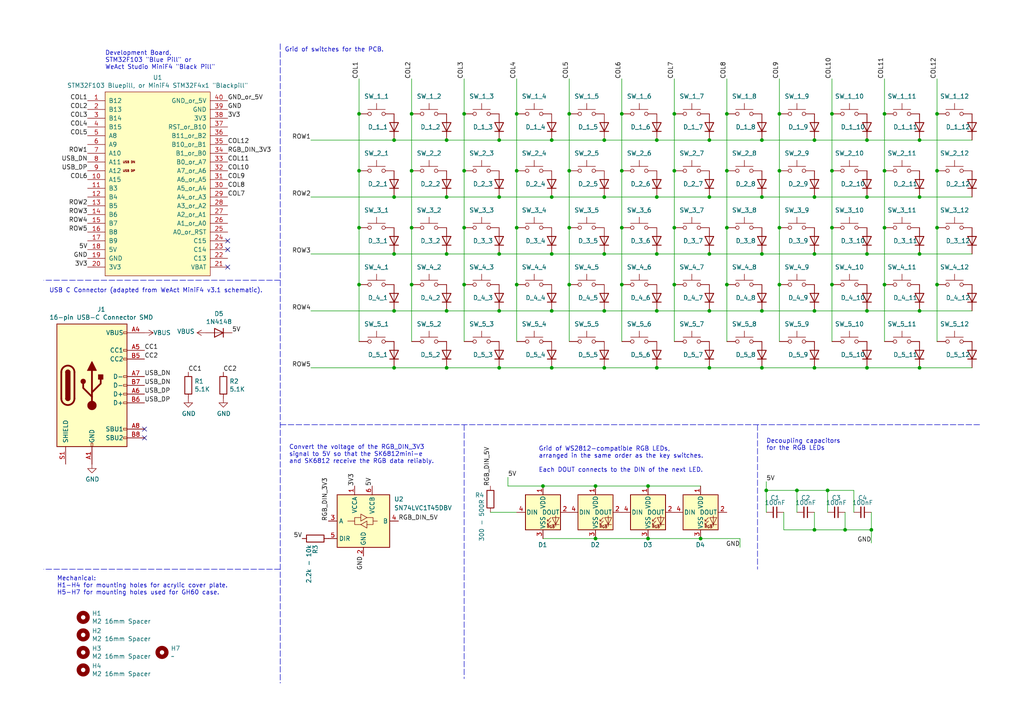
<source format=kicad_sch>
(kicad_sch (version 20211123) (generator eeschema)
  (paper "A4")
  (title_block (title "X-2, ARM-Devboard variant of peej's Lumberjack") (date "2021-12-04") (rev "2021.1") (company "Richard Goulter (github.com/rgoulter)") (comment 1 "Feature: 4x WS2812B RGB LEDs.") (comment 2 "Feature: an External USB-C connector.") (comment 3 "Uses pads common to both the Bluepill devboard and the WeAct MiniF4.") (comment 4 "Keyboard PCB; 12x5 matrix."))
  (lib_symbols
    (symbol "Connector:USB_C_Receptacle_USB2.0" (pin_names (offset 1.016))
      (property "Reference" "J" (at -10.16 19.05 0))
      (property "Value" "USB_C_Receptacle_USB2.0" (at 19.05 19.05 0))
      (symbol "USB_C_Receptacle_USB2.0_1_1"
        (pin passive line (at 0 -22.86 90) (length 5.08) (name "GND") (number "A1"))
        (pin passive line (at 0 -22.86 90) (length 5.08) hide (name "GND") (number "A12"))
        (pin passive line (at 15.24 15.24 180) (length 5.08) (name "VBUS") (number "A4"))
        (pin bidirectional line (at 15.24 10.16 180) (length 5.08) (name "CC1") (number "A5"))
        (pin bidirectional line (at 15.24 -2.54 180) (length 5.08) (name "D+") (number "A6"))
        (pin bidirectional line (at 15.24 2.54 180) (length 5.08) (name "D-") (number "A7"))
        (pin bidirectional line (at 15.24 -12.7 180) (length 5.08) (name "SBU1") (number "A8"))
        (pin passive line (at 15.24 15.24 180) (length 5.08) hide (name "VBUS") (number "A9"))
        (pin passive line (at 0 -22.86 90) (length 5.08) hide (name "GND") (number "B1"))
        (pin passive line (at 0 -22.86 90) (length 5.08) hide (name "GND") (number "B12"))
        (pin passive line (at 15.24 15.24 180) (length 5.08) hide (name "VBUS") (number "B4"))
        (pin bidirectional line (at 15.24 7.62 180) (length 5.08) (name "CC2") (number "B5"))
        (pin bidirectional line (at 15.24 -5.08 180) (length 5.08) (name "D+") (number "B6"))
        (pin bidirectional line (at 15.24 0 180) (length 5.08) (name "D-") (number "B7"))
        (pin bidirectional line (at 15.24 -15.24 180) (length 5.08) (name "SBU2") (number "B8"))
        (pin passive line (at 15.24 15.24 180) (length 5.08) hide (name "VBUS") (number "B9"))
        (pin passive line (at -7.62 -22.86 90) (length 5.08) (name "SHIELD") (number "S1"))
      )
    )
    (symbol "Device:C_Small" (pin_numbers hide) (pin_names (offset 0.254) hide)
      (property "Reference" "C" (at 0.254 1.778 0))
      (property "Value" "C_Small" (at 0.254 -2.032 0))
      (symbol "C_Small_1_1"
        (pin passive line (at 0 2.54 270) (length 2.032) (name "~") (number "1"))
        (pin passive line (at 0 -2.54 90) (length 2.032) (name "~") (number "2"))
      )
    )
    (symbol "Device:D" (pin_numbers hide) (pin_names (offset 1.016) hide)
      (property "Reference" "D" (at 0 2.54 0))
      (property "Value" "D" (at 0 -2.54 0))
      (symbol "D_1_1"
        (pin passive line (at -3.81 0 0) (length 2.54) (name "K") (number "1"))
        (pin passive line (at 3.81 0 180) (length 2.54) (name "A") (number "2"))
      )
    )
    (symbol "Device:R" (pin_numbers hide) (pin_names (offset 0))
      (property "Reference" "R" (at 2.032 0 90))
      (property "Value" "R" (at 0 0 90))
      (symbol "R_1_1"
        (pin passive line (at 0 3.81 270) (length 1.27) (name "~") (number "1"))
        (pin passive line (at 0 -3.81 90) (length 1.27) (name "~") (number "2"))
      )
    )
    (symbol "LED:WS2812B" (pin_names (offset 0.254))
      (property "Reference" "D" (at 5.08 5.715 0))
      (property "Value" "WS2812B" (at 1.27 -5.715 0))
      (symbol "WS2812B_0_0"
        (text "RGB" (at 2.286 -4.191 0) (effects (font (size 0.762 0.762))))
      )
      (symbol "WS2812B_1_1"
        (pin power_in line (at 0 7.62 270) (length 2.54) (name "VDD") (number "1"))
        (pin output line (at 7.62 0 180) (length 2.54) (name "DOUT") (number "2"))
        (pin power_in line (at 0 -7.62 90) (length 2.54) (name "VSS") (number "3"))
        (pin input line (at -7.62 0 0) (length 2.54) (name "DIN") (number "4"))
      )
    )
    (symbol "Logic_LevelTranslator:SN74LVC1T45DBV"
      (property "Reference" "U" (at -6.35 8.89 0))
      (property "Value" "SN74LVC1T45DBV" (at 3.81 8.89 0))
      (symbol "SN74LVC1T45DBV_1_1"
        (pin power_in line (at -2.54 10.16 270) (length 2.54) (name "VCCA") (number "1"))
        (pin power_in line (at 0 -10.16 90) (length 2.54) (name "GND") (number "2"))
        (pin bidirectional line (at -10.16 0 0) (length 2.54) (name "A") (number "3"))
        (pin bidirectional line (at 10.16 0 180) (length 2.54) (name "B") (number "4"))
        (pin input line (at -10.16 -5.08 0) (length 2.54) (name "DIR") (number "5"))
        (pin power_in line (at 2.54 10.16 270) (length 2.54) (name "VCCB") (number "6"))
      )
    )
    (symbol "Mechanical:MountingHole" (pin_names (offset 1.016))
      (property "Reference" "H" (at 0 5.08 0))
      (property "Value" "MountingHole" (at 0 3.175 0))
    )
    (symbol "ProjectLocal:BluePill_or_MiniF4_DIP40" (pin_names (offset 1.016))
      (property "Reference" "U" (at -12.7 27.94 0))
      (property "Value" "BluePill_or_MiniF4_DIP40" (at -2.54 1.27 90))
      (symbol "BluePill_or_MiniF4_DIP40_0_0"
        (text "USB DN" (at -10.16 5.08 0) (effects (font (size 0.6096 0.6096)) (justify left)))
        (text "USB DP" (at -10.16 2.54 0) (effects (font (size 0.6096 0.6096)) (justify left)))
      )
      (symbol "BluePill_or_MiniF4_DIP40_1_1"
        (pin bidirectional line (at -20.32 22.86 0) (length 5.08) (name "B12") (number "1"))
        (pin bidirectional line (at -20.32 0 0) (length 5.08) (name "A15") (number "10"))
        (pin bidirectional line (at -20.32 -2.54 0) (length 5.08) (name "B3") (number "11"))
        (pin bidirectional line (at -20.32 -5.08 0) (length 5.08) (name "B4") (number "12"))
        (pin bidirectional line (at -20.32 -7.62 0) (length 5.08) (name "B5") (number "13"))
        (pin bidirectional line (at -20.32 -10.16 0) (length 5.08) (name "B6") (number "14"))
        (pin bidirectional line (at -20.32 -12.7 0) (length 5.08) (name "B7") (number "15"))
        (pin bidirectional line (at -20.32 -15.24 0) (length 5.08) (name "B8") (number "16"))
        (pin bidirectional line (at -20.32 -17.78 0) (length 5.08) (name "B9") (number "17"))
        (pin power_out line (at -20.32 -20.32 0) (length 5.08) (name "5V") (number "18"))
        (pin power_out line (at -20.32 -22.86 0) (length 5.08) (name "GND") (number "19"))
        (pin bidirectional line (at -20.32 20.32 0) (length 5.08) (name "B13") (number "2"))
        (pin power_out line (at -20.32 -25.4 0) (length 5.08) (name "3V3") (number "20"))
        (pin power_out line (at 20.32 -25.4 180) (length 5.08) (name "VBAT") (number "21"))
        (pin bidirectional line (at 20.32 -22.86 180) (length 5.08) (name "C13") (number "22"))
        (pin bidirectional line (at 20.32 -20.32 180) (length 5.08) (name "C14") (number "23"))
        (pin bidirectional line (at 20.32 -17.78 180) (length 5.08) (name "C15") (number "24"))
        (pin input line (at 20.32 -15.24 180) (length 5.08) (name "A0_or_RST") (number "25"))
        (pin bidirectional line (at 20.32 -12.7 180) (length 5.08) (name "A1_or_A0") (number "26"))
        (pin bidirectional line (at 20.32 -10.16 180) (length 5.08) (name "A2_or_A1") (number "27"))
        (pin bidirectional line (at 20.32 -7.62 180) (length 5.08) (name "A3_or_A2") (number "28"))
        (pin bidirectional line (at 20.32 -5.08 180) (length 5.08) (name "A4_or_A3") (number "29"))
        (pin bidirectional line (at -20.32 17.78 0) (length 5.08) (name "B14") (number "3"))
        (pin bidirectional line (at 20.32 -2.54 180) (length 5.08) (name "A5_or_A4") (number "30"))
        (pin bidirectional line (at 20.32 0 180) (length 5.08) (name "A6_or_A5") (number "31"))
        (pin bidirectional line (at 20.32 2.54 180) (length 5.08) (name "A7_or_A6") (number "32"))
        (pin bidirectional line (at 20.32 5.08 180) (length 5.08) (name "B0_or_A7") (number "33"))
        (pin bidirectional line (at 20.32 7.62 180) (length 5.08) (name "B1_or_B0") (number "34"))
        (pin bidirectional line (at 20.32 10.16 180) (length 5.08) (name "B10_or_B1") (number "35"))
        (pin bidirectional line (at 20.32 12.7 180) (length 5.08) (name "B11_or_B2") (number "36"))
        (pin bidirectional line (at 20.32 15.24 180) (length 5.08) (name "RST_or_B10") (number "37"))
        (pin power_out line (at 20.32 17.78 180) (length 5.08) (name "3V3") (number "38"))
        (pin power_out line (at 20.32 20.32 180) (length 5.08) (name "GND") (number "39"))
        (pin bidirectional line (at -20.32 15.24 0) (length 5.08) (name "B15") (number "4"))
        (pin power_out line (at 20.32 22.86 180) (length 5.08) (name "GND_or_5V") (number "40"))
        (pin bidirectional line (at -20.32 12.7 0) (length 5.08) (name "A8") (number "5"))
        (pin bidirectional line (at -20.32 10.16 0) (length 5.08) (name "A9") (number "6"))
        (pin bidirectional line (at -20.32 7.62 0) (length 5.08) (name "A10") (number "7"))
        (pin bidirectional line (at -20.32 5.08 0) (length 5.08) (name "A11") (number "8"))
        (pin bidirectional line (at -20.32 2.54 0) (length 5.08) (name "A12") (number "9"))
      )
    )
    (symbol "Switch:SW_Push" (pin_numbers hide) (pin_names (offset 1.016) hide)
      (property "Reference" "SW" (at 1.27 2.54 0))
      (property "Value" "SW_Push" (at 0 -1.524 0))
      (symbol "SW_Push_0_1"
        (pin passive line (at -5.08 0 0) (length 2.54) (name "1") (number "1"))
        (pin passive line (at 5.08 0 180) (length 2.54) (name "2") (number "2"))
      )
    )
    (symbol "power:GND" (power) (pin_names (offset 0))
      (property "Value" "GND" (at 0 -3.81 0))
      (symbol "GND_1_1"
        (pin power_in line (at 0 0 270) (length 0) hide (name "GND") (number "1"))
      )
    )
    (symbol "power:VBUS" (power) (pin_names (offset 0))
      (property "Value" "VBUS" (at 0 3.81 0))
      (symbol "VBUS_1_1"
        (pin power_in line (at 0 0 90) (length 0) hide (name "VBUS") (number "1"))
      )
    )
  )
  (junction (at 271.78 82.55))
  (junction (at 220.98 90.17))
  (junction (at 160.02 57.15))
  (junction (at 149.86 49.53))
  (junction (at 180.34 49.53))
  (junction (at 236.22 40.64))
  (junction (at 165.1 49.53))
  (junction (at 251.46 40.64))
  (junction (at 104.14 82.55))
  (junction (at 104.14 49.53))
  (junction (at 266.7 73.66))
  (junction (at 266.7 106.68))
  (junction (at 195.58 49.53))
  (junction (at 256.54 33.02))
  (junction (at 172.72 156.21))
  (junction (at 175.26 40.64))
  (junction (at 271.78 33.02))
  (junction (at 203.2 156.21))
  (junction (at 241.3 66.04))
  (junction (at 149.86 33.02))
  (junction (at 175.26 57.15))
  (junction (at 144.78 90.17))
  (junction (at 160.02 40.64))
  (junction (at 271.78 66.04))
  (junction (at 129.54 73.66))
  (junction (at 210.82 66.04))
  (junction (at 271.78 49.53))
  (junction (at 190.5 106.68))
  (junction (at 129.54 106.68))
  (junction (at 119.38 82.55))
  (junction (at 114.3 106.68))
  (junction (at 157.48 140.97))
  (junction (at 205.74 90.17))
  (junction (at 220.98 40.64))
  (junction (at 226.06 82.55))
  (junction (at 134.62 82.55))
  (junction (at 149.86 82.55))
  (junction (at 119.38 66.04))
  (junction (at 180.34 82.55))
  (junction (at 210.82 49.53))
  (junction (at 236.22 106.68))
  (junction (at 187.96 156.21))
  (junction (at 222.25 142.24))
  (junction (at 172.72 140.97))
  (junction (at 266.7 57.15))
  (junction (at 220.98 73.66))
  (junction (at 256.54 82.55))
  (junction (at 190.5 57.15))
  (junction (at 190.5 73.66))
  (junction (at 256.54 66.04))
  (junction (at 266.7 40.64))
  (junction (at 236.22 73.66))
  (junction (at 195.58 33.02))
  (junction (at 205.74 40.64))
  (junction (at 144.78 57.15))
  (junction (at 144.78 73.66))
  (junction (at 220.98 57.15))
  (junction (at 104.14 33.02))
  (junction (at 114.3 73.66))
  (junction (at 165.1 82.55))
  (junction (at 180.34 33.02))
  (junction (at 251.46 106.68))
  (junction (at 245.11 153.67))
  (junction (at 190.5 90.17))
  (junction (at 114.3 90.17))
  (junction (at 104.14 66.04))
  (junction (at 129.54 57.15))
  (junction (at 251.46 73.66))
  (junction (at 165.1 66.04))
  (junction (at 144.78 106.68))
  (junction (at 205.74 106.68))
  (junction (at 114.3 40.64))
  (junction (at 134.62 49.53))
  (junction (at 205.74 57.15))
  (junction (at 190.5 40.64))
  (junction (at 129.54 40.64))
  (junction (at 175.26 73.66))
  (junction (at 149.86 66.04))
  (junction (at 231.14 142.24))
  (junction (at 236.22 57.15))
  (junction (at 160.02 106.68))
  (junction (at 144.78 40.64))
  (junction (at 134.62 33.02))
  (junction (at 251.46 90.17))
  (junction (at 210.82 82.55))
  (junction (at 114.3 57.15))
  (junction (at 119.38 33.02))
  (junction (at 210.82 33.02))
  (junction (at 226.06 49.53))
  (junction (at 119.38 49.53))
  (junction (at 220.98 106.68))
  (junction (at 236.22 90.17))
  (junction (at 256.54 49.53))
  (junction (at 195.58 82.55))
  (junction (at 241.3 82.55))
  (junction (at 187.96 140.97))
  (junction (at 175.26 106.68))
  (junction (at 252.73 153.67))
  (junction (at 195.58 66.04))
  (junction (at 160.02 90.17))
  (junction (at 236.22 153.67))
  (junction (at 175.26 90.17))
  (junction (at 129.54 90.17))
  (junction (at 165.1 33.02))
  (junction (at 266.7 90.17))
  (junction (at 134.62 66.04))
  (junction (at 160.02 73.66))
  (junction (at 226.06 33.02))
  (junction (at 180.34 66.04))
  (junction (at 241.3 49.53))
  (junction (at 251.46 57.15))
  (junction (at 241.3 33.02))
  (junction (at 205.74 73.66))
  (junction (at 240.03 142.24))
  (junction (at 226.06 66.04))
  (no_connect (at 41.91 127))
  (no_connect (at 66.04 77.47))
  (no_connect (at 66.04 72.39))
  (no_connect (at 66.04 69.85))
  (no_connect (at 41.91 124.46))
  (wire (pts (xy 220.98 90.17) (xy 205.74 90.17)))
  (wire (pts (xy 281.94 106.68) (xy 266.7 106.68)))
  (wire (pts (xy 147.32 138.43) (xy 147.32 140.97)))
  (wire (pts (xy 226.06 82.55) (xy 226.06 99.06)))
  (wire (pts (xy 220.98 73.66) (xy 236.22 73.66)))
  (wire (pts (xy 134.62 49.53) (xy 134.62 66.04)))
  (wire (pts (xy 210.82 82.55) (xy 210.82 99.06)))
  (wire (pts (xy 226.06 49.53) (xy 226.06 66.04)))
  (wire (pts (xy 180.34 22.86) (xy 180.34 33.02)))
  (wire (pts (xy 240.03 142.24) (xy 231.14 142.24)))
  (wire (pts (xy 210.82 22.86) (xy 210.82 33.02)))
  (wire (pts (xy 114.3 106.68) (xy 90.17 106.68)))
  (wire (pts (xy 195.58 82.55) (xy 195.58 99.06)))
  (wire (pts (xy 256.54 66.04) (xy 256.54 82.55)))
  (wire (pts (xy 175.26 106.68) (xy 190.5 106.68)))
  (wire (pts (xy 226.06 33.02) (xy 226.06 49.53)))
  (wire (pts (xy 175.26 73.66) (xy 190.5 73.66)))
  (wire (pts (xy 134.62 66.04) (xy 134.62 82.55)))
  (wire (pts (xy 144.78 40.64) (xy 160.02 40.64)))
  (wire (pts (xy 129.54 40.64) (xy 144.78 40.64)))
  (wire (pts (xy 220.98 57.15) (xy 236.22 57.15)))
  (wire (pts (xy 149.86 49.53) (xy 149.86 66.04)))
  (wire (pts (xy 187.96 140.97) (xy 203.2 140.97)))
  (wire (pts (xy 271.78 66.04) (xy 271.78 82.55)))
  (wire (pts (xy 104.14 22.86) (xy 104.14 33.02)))
  (wire (pts (xy 227.33 153.67) (xy 236.22 153.67)))
  (wire (pts (xy 256.54 22.86) (xy 256.54 33.02)))
  (wire (pts (xy 251.46 57.15) (xy 266.7 57.15)))
  (wire (pts (xy 144.78 106.68) (xy 129.54 106.68)))
  (wire (pts (xy 129.54 57.15) (xy 144.78 57.15)))
  (wire (pts (xy 114.3 73.66) (xy 129.54 73.66)))
  (wire (pts (xy 190.5 73.66) (xy 205.74 73.66)))
  (polyline (pts (xy 134.62 123.19) (xy 134.62 196.85)))
  (wire (pts (xy 205.74 90.17) (xy 190.5 90.17)))
  (wire (pts (xy 214.63 156.21) (xy 214.63 158.75)))
  (wire (pts (xy 203.2 156.21) (xy 214.63 156.21)))
  (wire (pts (xy 104.14 33.02) (xy 104.14 49.53)))
  (wire (pts (xy 266.7 57.15) (xy 281.94 57.15)))
  (wire (pts (xy 187.96 140.97) (xy 172.72 140.97)))
  (wire (pts (xy 165.1 33.02) (xy 165.1 49.53)))
  (wire (pts (xy 142.24 148.59) (xy 149.86 148.59)))
  (wire (pts (xy 231.14 142.24) (xy 222.25 142.24)))
  (wire (pts (xy 231.14 148.59) (xy 231.14 142.24)))
  (wire (pts (xy 172.72 156.21) (xy 187.96 156.21)))
  (wire (pts (xy 114.3 90.17) (xy 90.17 90.17)))
  (wire (pts (xy 271.78 22.86) (xy 271.78 33.02)))
  (wire (pts (xy 247.65 148.59) (xy 247.65 142.24)))
  (polyline (pts (xy 81.28 81.28) (xy 12.7 81.28)))
  (wire (pts (xy 175.26 57.15) (xy 190.5 57.15)))
  (wire (pts (xy 256.54 82.55) (xy 256.54 99.06)))
  (wire (pts (xy 241.3 33.02) (xy 241.3 49.53)))
  (wire (pts (xy 190.5 40.64) (xy 175.26 40.64)))
  (wire (pts (xy 236.22 90.17) (xy 220.98 90.17)))
  (wire (pts (xy 180.34 82.55) (xy 180.34 99.06)))
  (wire (pts (xy 165.1 82.55) (xy 165.1 99.06)))
  (wire (pts (xy 227.33 148.59) (xy 227.33 153.67)))
  (wire (pts (xy 119.38 49.53) (xy 119.38 66.04)))
  (wire (pts (xy 144.78 90.17) (xy 129.54 90.17)))
  (wire (pts (xy 251.46 90.17) (xy 236.22 90.17)))
  (wire (pts (xy 210.82 66.04) (xy 210.82 82.55)))
  (wire (pts (xy 195.58 66.04) (xy 195.58 82.55)))
  (wire (pts (xy 236.22 153.67) (xy 245.11 153.67)))
  (wire (pts (xy 119.38 22.86) (xy 119.38 33.02)))
  (wire (pts (xy 205.74 40.64) (xy 220.98 40.64)))
  (wire (pts (xy 119.38 82.55) (xy 119.38 99.06)))
  (wire (pts (xy 114.3 57.15) (xy 90.17 57.15)))
  (wire (pts (xy 190.5 57.15) (xy 205.74 57.15)))
  (wire (pts (xy 129.54 73.66) (xy 144.78 73.66)))
  (wire (pts (xy 226.06 66.04) (xy 226.06 82.55)))
  (polyline (pts (xy 81.28 12.7) (xy 81.28 198.12)))
  (wire (pts (xy 104.14 66.04) (xy 104.14 82.55)))
  (wire (pts (xy 114.3 73.66) (xy 90.17 73.66)))
  (wire (pts (xy 241.3 82.55) (xy 241.3 99.06)))
  (wire (pts (xy 149.86 66.04) (xy 149.86 82.55)))
  (wire (pts (xy 252.73 153.67) (xy 252.73 157.48)))
  (wire (pts (xy 281.94 90.17) (xy 266.7 90.17)))
  (wire (pts (xy 134.62 22.86) (xy 134.62 33.02)))
  (wire (pts (xy 165.1 49.53) (xy 165.1 66.04)))
  (polyline (pts (xy 81.28 165.1) (xy 12.7 165.1)))
  (wire (pts (xy 236.22 148.59) (xy 236.22 153.67)))
  (wire (pts (xy 195.58 33.02) (xy 195.58 49.53)))
  (wire (pts (xy 251.46 106.68) (xy 236.22 106.68)))
  (wire (pts (xy 281.94 73.66) (xy 266.7 73.66)))
  (wire (pts (xy 271.78 82.55) (xy 271.78 99.06)))
  (wire (pts (xy 226.06 22.86) (xy 226.06 33.02)))
  (wire (pts (xy 220.98 40.64) (xy 236.22 40.64)))
  (wire (pts (xy 175.26 57.15) (xy 160.02 57.15)))
  (wire (pts (xy 104.14 49.53) (xy 104.14 66.04)))
  (wire (pts (xy 205.74 57.15) (xy 220.98 57.15)))
  (wire (pts (xy 256.54 33.02) (xy 256.54 49.53)))
  (wire (pts (xy 241.3 49.53) (xy 241.3 66.04)))
  (wire (pts (xy 190.5 90.17) (xy 175.26 90.17)))
  (wire (pts (xy 266.7 106.68) (xy 251.46 106.68)))
  (wire (pts (xy 144.78 57.15) (xy 160.02 57.15)))
  (wire (pts (xy 195.58 49.53) (xy 195.58 66.04)))
  (wire (pts (xy 205.74 106.68) (xy 190.5 106.68)))
  (polyline (pts (xy 219.71 123.19) (xy 219.71 165.1)))
  (wire (pts (xy 157.48 156.21) (xy 172.72 156.21)))
  (wire (pts (xy 160.02 40.64) (xy 175.26 40.64)))
  (wire (pts (xy 172.72 140.97) (xy 157.48 140.97)))
  (wire (pts (xy 256.54 49.53) (xy 256.54 66.04)))
  (wire (pts (xy 222.25 142.24) (xy 222.25 148.59)))
  (wire (pts (xy 114.3 40.64) (xy 129.54 40.64)))
  (wire (pts (xy 114.3 40.64) (xy 90.17 40.64)))
  (wire (pts (xy 271.78 49.53) (xy 271.78 66.04)))
  (wire (pts (xy 236.22 40.64) (xy 251.46 40.64)))
  (wire (pts (xy 180.34 49.53) (xy 180.34 66.04)))
  (wire (pts (xy 165.1 66.04) (xy 165.1 82.55)))
  (wire (pts (xy 251.46 73.66) (xy 266.7 73.66)))
  (wire (pts (xy 251.46 40.64) (xy 266.7 40.64)))
  (wire (pts (xy 104.14 82.55) (xy 104.14 99.06)))
  (wire (pts (xy 190.5 40.64) (xy 205.74 40.64)))
  (wire (pts (xy 149.86 82.55) (xy 149.86 99.06)))
  (wire (pts (xy 147.32 140.97) (xy 157.48 140.97)))
  (wire (pts (xy 175.26 90.17) (xy 160.02 90.17)))
  (wire (pts (xy 160.02 73.66) (xy 175.26 73.66)))
  (wire (pts (xy 144.78 73.66) (xy 160.02 73.66)))
  (wire (pts (xy 210.82 33.02) (xy 210.82 49.53)))
  (wire (pts (xy 119.38 33.02) (xy 119.38 49.53)))
  (wire (pts (xy 245.11 148.59) (xy 245.11 153.67)))
  (wire (pts (xy 114.3 57.15) (xy 129.54 57.15)))
  (wire (pts (xy 195.58 22.86) (xy 195.58 33.02)))
  (wire (pts (xy 251.46 73.66) (xy 236.22 73.66)))
  (wire (pts (xy 134.62 33.02) (xy 134.62 49.53)))
  (wire (pts (xy 271.78 33.02) (xy 271.78 49.53)))
  (wire (pts (xy 175.26 106.68) (xy 160.02 106.68)))
  (wire (pts (xy 241.3 66.04) (xy 241.3 82.55)))
  (wire (pts (xy 236.22 106.68) (xy 220.98 106.68)))
  (wire (pts (xy 222.25 139.7) (xy 222.25 142.24)))
  (wire (pts (xy 160.02 90.17) (xy 144.78 90.17)))
  (wire (pts (xy 247.65 142.24) (xy 240.03 142.24)))
  (wire (pts (xy 252.73 148.59) (xy 252.73 153.67)))
  (wire (pts (xy 134.62 82.55) (xy 134.62 99.06)))
  (wire (pts (xy 241.3 22.86) (xy 241.3 33.02)))
  (wire (pts (xy 180.34 66.04) (xy 180.34 82.55)))
  (wire (pts (xy 180.34 33.02) (xy 180.34 49.53)))
  (wire (pts (xy 240.03 148.59) (xy 240.03 142.24)))
  (wire (pts (xy 149.86 33.02) (xy 149.86 49.53)))
  (wire (pts (xy 129.54 90.17) (xy 114.3 90.17)))
  (wire (pts (xy 129.54 106.68) (xy 114.3 106.68)))
  (wire (pts (xy 266.7 90.17) (xy 251.46 90.17)))
  (wire (pts (xy 149.86 22.86) (xy 149.86 33.02)))
  (wire (pts (xy 266.7 40.64) (xy 281.94 40.64)))
  (wire (pts (xy 205.74 73.66) (xy 220.98 73.66)))
  (wire (pts (xy 210.82 49.53) (xy 210.82 66.04)))
  (wire (pts (xy 245.11 153.67) (xy 252.73 153.67)))
  (wire (pts (xy 187.96 156.21) (xy 203.2 156.21)))
  (wire (pts (xy 119.38 66.04) (xy 119.38 82.55)))
  (polyline (pts (xy 81.28 123.19) (xy 284.48 123.19)))
  (wire (pts (xy 236.22 57.15) (xy 251.46 57.15)))
  (wire (pts (xy 220.98 106.68) (xy 205.74 106.68)))
  (wire (pts (xy 165.1 22.86) (xy 165.1 33.02)))
  (wire (pts (xy 160.02 106.68) (xy 144.78 106.68)))
  (text "Convert the voltage of the RGB_DIN_3V3\nsignal to 5V so that the SK6812mini-e\nand SK6812 receive the RGB data reliably." (at 83.82 134.62 0) (effects (font (size 1.27 1.27)) (justify left bottom)))
  (text "Mechanical:\nH1-H4 for mounting holes for acrylic cover plate.\nH5-H7 for mounting holes used for GH60 case." (at 16.51 172.72 0) (effects (font (size 1.27 1.27)) (justify left bottom)))
  (text "USB C Connector (adapted from WeAct MiniF4 v3.1 schematic)." (at 76.2 85.09 0) (effects (font (size 1.27 1.27)) (justify right bottom)))
  (text "Development Board,\nSTM32F103 \"Blue Pill\" or\nWeAct Studio MiniF4 \"Black Pill\"" (at 30.48 20.32 0) (effects (font (size 1.27 1.27)) (justify left bottom)))
  (text "Grid of WS2812-compatible RGB LEDs,\narranged in the same order as the key switches.\n\nEach DOUT connects to the DIN of the next LED." (at 156.21 137.16 0) (effects (font (size 1.27 1.27)) (justify left bottom)))
  (text "Decoupling capacitors\nfor the RGB LEDs" (at 222.25 130.81 0) (effects (font (size 1.27 1.27)) (justify left bottom)))
  (text "Grid of switches for the PCB." (at 82.55 15.24 0) (effects (font (size 1.27 1.27)) (justify left bottom)))
  (label "GND" (at 252.73 157.48 180))
  (label "5V" (at 87.63 156.21 180))
  (label "CC1" (at 54.61 107.95 0))
  (label "COL1" (at 104.14 22.86 90))
  (label "RGB_DIN_3V3" (at 95.25 151.13 90))
  (label "COL4" (at 149.86 22.86 90))
  (label "ROW3" (at 90.17 73.66 180))
  (label "RGB_DIN_3V3" (at 66.04 44.45 0))
  (label "COL10" (at 66.04 49.53 0))
  (label "RGB_DIN_5V" (at 115.57 151.13 0))
  (label "USB_DN" (at 25.4 46.99 180))
  (label "COL8" (at 66.04 54.61 0))
  (label "COL3" (at 134.62 22.86 90))
  (label "USB_DP" (at 25.4 49.53 180))
  (label "RGB_DIN_5V" (at 142.24 140.97 90))
  (label "3V3" (at 66.04 34.29 0))
  (label "COL5" (at 165.1 22.86 90))
  (label "5V" (at 222.25 139.7 0))
  (label "USB_DN" (at 41.91 111.76 0))
  (label "GND" (at 25.4 74.93 180))
  (label "COL11" (at 256.54 22.86 90))
  (label "ROW1" (at 25.4 44.45 180))
  (label "COL7" (at 195.58 22.86 90))
  (label "3V3" (at 25.4 77.47 180))
  (label "COL6" (at 25.4 52.07 180))
  (label "5V" (at 107.95 140.97 90))
  (label "ROW4" (at 90.17 90.17 180))
  (label "3V3" (at 102.87 140.97 90))
  (label "ROW1" (at 90.17 40.64 180))
  (label "COL5" (at 25.4 39.37 180))
  (label "COL3" (at 25.4 34.29 180))
  (label "COL4" (at 25.4 36.83 180))
  (label "ROW5" (at 25.4 67.31 180))
  (label "COL9" (at 66.04 52.07 0))
  (label "COL1" (at 25.4 29.21 180))
  (label "5V" (at 147.32 138.43 0))
  (label "USB_DP" (at 41.91 114.3 0))
  (label "COL12" (at 66.04 41.91 0))
  (label "5V" (at 67.31 96.52 0))
  (label "GND_or_5V" (at 66.04 29.21 0))
  (label "USB_DN" (at 41.91 109.22 0))
  (label "COL11" (at 66.04 46.99 0))
  (label "COL2" (at 119.38 22.86 90))
  (label "GND" (at 66.04 31.75 0))
  (label "5V" (at 25.4 72.39 180))
  (label "COL2" (at 25.4 31.75 180))
  (label "COL12" (at 271.78 22.86 90))
  (label "COL7" (at 66.04 57.15 0))
  (label "ROW4" (at 25.4 64.77 180))
  (label "CC1" (at 41.91 101.6 0))
  (label "COL8" (at 210.82 22.86 90))
  (label "COL6" (at 180.34 22.86 90))
  (label "GND" (at 214.63 158.75 180))
  (label "ROW3" (at 25.4 62.23 180))
  (label "USB_DP" (at 41.91 116.84 0))
  (label "CC2" (at 41.91 104.14 0))
  (label "COL9" (at 226.06 22.86 90))
  (label "ROW2" (at 90.17 57.15 180))
  (label "ROW5" (at 90.17 106.68 180))
  (label "ROW2" (at 25.4 59.69 180))
  (label "GND" (at 105.41 161.29 270))
  (label "CC2" (at 64.77 107.95 0))
  (label "COL10" (at 241.3 22.86 90))
  (symbol (lib_id "Switch:SW_Push") (at 109.22 33.02 0) (unit 1)
    (property "Reference" "SW_1_1" (at 109.22 27.94 0))
    (property "Value" "MX-compatible or Kailh Choc v1" (effects hide))
    (property "Footprint" "ProjectLocal:MXOnly-1U-Hotswap-180" (effects hide))
    (property "Description" "Mechanical Keyboard Switch" (effects hide))
  )
  (symbol (lib_id "LED:WS2812B") (at 157.48 148.59 0) (unit 1)
    (property "Reference" "D1" (at 158.75 158.75 0) (effects (justify right bottom)))
    (property "Value" "SK6812" (effects hide))
    (property "Footprint" "LED_SMD:LED_WS2812B_PLCC4_5.0x5.0mm_P3.2mm" (effects hide))
    (property "Datasheet" "https://cdn-shop.adafruit.com/datasheets/WS2812B.pdf" (effects hide))
    (property "Description" "RGB LED" (effects hide))
  )
  (symbol (lib_id "LED:WS2812B") (at 172.72 148.59 0) (unit 1)
    (property "Reference" "D2" (at 173.99 158.75 0) (effects (justify right bottom)))
    (property "Value" "SK6812" (effects hide))
    (property "Footprint" "LED_SMD:LED_WS2812B_PLCC4_5.0x5.0mm_P3.2mm" (effects hide))
    (property "Datasheet" "https://cdn-shop.adafruit.com/datasheets/WS2812B.pdf" (effects hide))
    (property "Description" "RGB LED" (effects hide))
  )
  (symbol (lib_id "LED:WS2812B") (at 187.96 148.59 0) (unit 1)
    (property "Reference" "D3" (at 189.23 158.75 0) (effects (justify right bottom)))
    (property "Value" "SK6812" (effects hide))
    (property "Footprint" "LED_SMD:LED_WS2812B_PLCC4_5.0x5.0mm_P3.2mm" (effects hide))
    (property "Datasheet" "https://cdn-shop.adafruit.com/datasheets/WS2812B.pdf" (effects hide))
    (property "Description" "RGB LED" (effects hide))
  )
  (symbol (lib_id "LED:WS2812B") (at 203.2 148.59 0) (unit 1)
    (property "Reference" "D4" (at 204.47 158.75 0) (effects (justify right bottom)))
    (property "Value" "SK6812" (effects hide))
    (property "Footprint" "LED_SMD:LED_WS2812B_PLCC4_5.0x5.0mm_P3.2mm" (effects hide))
    (property "Datasheet" "https://cdn-shop.adafruit.com/datasheets/WS2812B.pdf" (effects hide))
    (property "Description" "RGB LED" (effects hide))
  )
  (symbol (lib_id "Mechanical:MountingHole") (at 24.13 179.07 0) (unit 1)
    (property "Reference" "H1" (at 26.67 177.9016 0) (effects (justify left)))
    (property "Value" "M2 16mm Spacer" (at 26.67 180.213 0) (effects (justify left)))
    (property "Footprint" "MountingHole:MountingHole_2.2mm_M2_DIN965_Pad" (effects hide))
    (property "Description" "Acrylic Cover Mounting Hole" (effects hide))
  )
  (symbol (lib_id "Mechanical:MountingHole") (at 24.13 184.15 0) (unit 1)
    (property "Reference" "H2" (at 26.67 182.9816 0) (effects (justify left)))
    (property "Value" "M2 16mm Spacer" (at 26.67 185.293 0) (effects (justify left)))
    (property "Footprint" "MountingHole:MountingHole_2.2mm_M2_DIN965_Pad" (effects hide))
    (property "Description" "Acrylic Cover Mounting Hole" (effects hide))
  )
  (symbol (lib_id "Mechanical:MountingHole") (at 24.13 189.23 0) (unit 1)
    (property "Reference" "H3" (at 26.67 188.0616 0) (effects (justify left)))
    (property "Value" "M2 16mm Spacer" (at 26.67 190.373 0) (effects (justify left)))
    (property "Footprint" "MountingHole:MountingHole_2.2mm_M2_DIN965_Pad" (effects hide))
    (property "Description" "Acrylic Cover Mounting Hole" (effects hide))
  )
  (symbol (lib_id "Mechanical:MountingHole") (at 24.13 194.31 0) (unit 1)
    (property "Reference" "H4" (at 26.67 193.1416 0) (effects (justify left)))
    (property "Value" "M2 16mm Spacer" (at 26.67 195.453 0) (effects (justify left)))
    (property "Footprint" "MountingHole:MountingHole_2.2mm_M2_DIN965_Pad" (effects hide))
    (property "Description" "Acrylic Cover Mounting Hole" (effects hide))
  )
  (symbol (lib_id "Mechanical:MountingHole") (at 46.99 189.23 0) (unit 1)
    (property "Reference" "H7" (at 49.53 188.0616 0) (effects (justify left)))
    (property "Value" "~" (at 49.53 190.373 0) (effects (justify left)))
    (property "Footprint" "ProjectLocal:H_M2_Spacer_Hole" (effects hide))
    (property "Description" "GH-60 Case Mounting Hole" (effects hide))
  )
  (symbol (lib_id "Device:C_Small") (at 224.79 148.59 270) (unit 1)
    (property "Reference" "C1" (at 224.79 145.1102 90) (effects (justify bottom)))
    (property "Value" "100nF" (at 224.79 145.0848 90) (effects (justify top)))
    (property "Footprint" "ProjectLocal:C_0805_2012Metric_Pad1.18x1.45mm_HandSolder_Dual" (effects hide))
    (property "Description" "Capacitor (Through-hole or 0805)" (effects hide))
  )
  (symbol (lib_id "Logic_LevelTranslator:SN74LVC1T45DBV") (at 105.41 151.13 0) (unit 1)
    (property "Reference" "U2" (at 114.3 144.78 0) (effects (justify left)))
    (property "Value" "SN74LVC1T45DBV" (at 114.3 147.32 0) (effects (justify left)))
    (property "Footprint" "Package_TO_SOT_SMD:SOT-23-6_Handsoldering" (effects hide))
    (property "Datasheet" "http://www.ti.com/lit/ds/symlink/sn74lvc1t45.pdf" (effects hide))
    (property "Description" "Logic Level Shifter" (effects hide))
  )
  (symbol (lib_id "Device:R") (at 91.44 156.21 270) (unit 1)
    (property "Reference" "R3" (at 91.44 157.988 0) (effects (justify left)))
    (property "Value" "2.2k - 10k" (at 90.297 157.988 0) (effects (justify left top)))
    (property "Footprint" "ProjectLocal:Resistor-Hybrid" (effects hide))
    (property "Description" "Resistor (1/4W through-hole, or 0805)" (effects hide))
  )
  (symbol (lib_id "Device:C_Small") (at 233.68 148.59 270) (unit 1)
    (property "Reference" "C2" (at 233.68 145.1102 90) (effects (justify bottom)))
    (property "Value" "100nF" (at 233.68 145.0848 90) (effects (justify top)))
    (property "Footprint" "ProjectLocal:C_0805_2012Metric_Pad1.18x1.45mm_HandSolder_Dual" (effects hide))
    (property "Description" "Capacitor (Through-hole or 0805)" (effects hide))
  )
  (symbol (lib_id "Device:C_Small") (at 250.19 148.59 270) (unit 1)
    (property "Reference" "C4" (at 250.19 145.1102 90) (effects (justify bottom)))
    (property "Value" "100nF" (at 250.19 145.0848 90) (effects (justify top)))
    (property "Footprint" "ProjectLocal:C_0805_2012Metric_Pad1.18x1.45mm_HandSolder_Dual" (effects hide))
    (property "Description" "Capacitor (Through-hole or 0805)" (effects hide))
  )
  (symbol (lib_id "Device:C_Small") (at 242.57 148.59 270) (unit 1)
    (property "Reference" "C3" (at 242.57 145.1102 90) (effects (justify bottom)))
    (property "Value" "100nF" (at 242.57 145.0848 90) (effects (justify top)))
    (property "Footprint" "ProjectLocal:C_0805_2012Metric_Pad1.18x1.45mm_HandSolder_Dual" (effects hide))
    (property "Description" "Capacitor (Through-hole or 0805)" (effects hide))
  )
  (symbol (lib_id "Device:R") (at 142.24 144.78 0) (unit 1)
    (property "Reference" "R4" (at 140.462 143.6116 0) (effects (justify right)))
    (property "Value" "300 - 500R" (at 139.7 144.78 90) (effects (justify right)))
    (property "Footprint" "ProjectLocal:Resistor-Hybrid" (effects hide))
    (property "Description" "Resistor (1/4W through-hole, or 0805)" (effects hide))
  )
  (symbol (lib_id "ProjectLocal:BluePill_or_MiniF4_DIP40") (at 45.72 52.07 0) (unit 1)
    (property "Reference" "U1" (at 45.72 22.479 0))
    (property "Value" "STM32F103 Bluepill, or MiniF4 STM32F4x1 \"Blackpill\"" (at 45.72 24.7904 0))
    (property "Footprint" "Package_DIP:DIP-40_W15.24mm_Socket" (effects hide))
    (property "Description" "DIP-40 STM32 Development Board" (effects hide))
    (property "Comment" "Ideally, use a DIP-40 socket with round pins, or cut down a SIP header with round pins" (effects hide))
  )
  (symbol (lib_id "Connector:USB_C_Receptacle_USB2.0") (at 26.67 111.76 0) (unit 1)
    (property "Reference" "J1" (at 29.3878 89.7382 0))
    (property "Value" "16-pin USB-C Connector SMD" (at 29.3878 92.0496 0))
    (property "Footprint" "Connector_USB:USB_C_Receptacle_XKB_U262-16XN-4BVC11" (effects hide))
    (property "Datasheet" "https://www.usb.org/sites/default/files/documents/usb_type-c.zip" (effects hide))
    (property "Description" "USB-C Connector" (effects hide))
  )
  (symbol (lib_id "Device:D") (at 63.5 96.52 180) (unit 1)
    (property "Reference" "D5" (at 63.5 91.0082 0))
    (property "Value" "1N4148" (at 63.5 93.3196 0))
    (property "Footprint" "Keebio-Parts:Diode-dual" (effects hide))
    (property "Description" "Diode (Through-hole or 0805)" (effects hide))
  )
  (symbol (lib_id "Device:R") (at 54.61 111.76 0) (unit 1)
    (property "Reference" "R1" (at 56.388 110.5916 0) (effects (justify left)))
    (property "Value" "5.1K" (at 56.388 112.903 0) (effects (justify left)))
    (property "Footprint" "ProjectLocal:Resistor-Hybrid" (effects hide))
    (property "Description" "Resistor (1/4W through-hole, or 0805)" (effects hide))
  )
  (symbol (lib_id "Device:R") (at 64.77 111.76 0) (unit 1)
    (property "Reference" "R2" (at 66.548 110.5916 0) (effects (justify left)))
    (property "Value" "5.1K" (at 66.548 112.903 0) (effects (justify left)))
    (property "Footprint" "ProjectLocal:Resistor-Hybrid" (effects hide))
    (property "Description" "Resistor (1/4W through-hole, or 0805)" (effects hide))
  )
  (symbol (lib_id "power:GND") (at 26.67 134.62 0) (unit 1)
    (property "Reference" "#PWR0101" (effects hide))
    (property "Value" "GND" (at 26.797 139.0142 0))
  )
  (symbol (lib_id "power:VBUS") (at 41.91 96.52 270) (unit 1)
    (property "Reference" "#PWR0102" (effects hide))
    (property "Value" "VBUS" (at 46.99 96.52 90))
  )
  (symbol (lib_id "power:VBUS") (at 59.69 96.52 90) (unit 1)
    (property "Reference" "#PWR0103" (effects hide))
    (property "Value" "VBUS" (at 56.4642 96.139 90) (effects (justify left)))
  )
  (symbol (lib_id "power:GND") (at 54.61 115.57 0) (unit 1)
    (property "Reference" "#PWR0104" (effects hide))
    (property "Value" "GND" (at 54.737 119.9642 0))
  )
  (symbol (lib_id "power:GND") (at 64.77 115.57 0) (unit 1)
    (property "Reference" "#PWR0105" (effects hide))
    (property "Value" "GND" (at 64.897 119.9642 0))
  )
  (symbol (lib_id "Device:D") (at 114.3 36.83 90) (unit 1)
    (property "Reference" "D_1_1" (at 106.68 36.83 90) (effects (justify right)))
    (property "Value" "1N4148" (effects hide))
    (property "Footprint" "Keebio-Parts:Diode-dual" (effects hide))
    (property "Description" "Diode (Through-hole or 0805)" (effects hide))
  )
  (symbol (lib_id "Switch:SW_Push") (at 124.46 33.02 0) (unit 1)
    (property "Reference" "SW_1_2" (at 124.46 27.94 0))
    (property "Value" "MX-compatible or Kailh Choc v1" (effects hide))
    (property "Footprint" "ProjectLocal:MXOnly-1U-Hotswap-180" (effects hide))
    (property "Description" "Mechanical Keyboard Switch" (effects hide))
  )
  (symbol (lib_id "Device:D") (at 129.54 36.83 90) (unit 1)
    (property "Reference" "D_1_2" (at 121.92 36.83 90) (effects (justify right)))
    (property "Value" "1N4148" (effects hide))
    (property "Footprint" "Keebio-Parts:Diode-dual" (effects hide))
    (property "Description" "Diode (Through-hole or 0805)" (effects hide))
  )
  (symbol (lib_id "Switch:SW_Push") (at 139.7 33.02 0) (unit 1)
    (property "Reference" "SW_1_3" (at 139.7 27.94 0))
    (property "Value" "MX-compatible or Kailh Choc v1" (effects hide))
    (property "Footprint" "ProjectLocal:MXOnly-1U-Hotswap-180" (effects hide))
    (property "Description" "Mechanical Keyboard Switch" (effects hide))
  )
  (symbol (lib_id "Switch:SW_Push") (at 154.94 33.02 0) (unit 1)
    (property "Reference" "SW_1_4" (at 154.94 27.94 0))
    (property "Value" "MX-compatible or Kailh Choc v1" (effects hide))
    (property "Footprint" "ProjectLocal:MXOnly-1U-Hotswap-180" (effects hide))
    (property "Description" "Mechanical Keyboard Switch" (effects hide))
  )
  (symbol (lib_id "Switch:SW_Push") (at 170.18 33.02 0) (unit 1)
    (property "Reference" "SW_1_5" (at 170.18 27.94 0))
    (property "Value" "MX-compatible or Kailh Choc v1" (effects hide))
    (property "Footprint" "ProjectLocal:MXOnly-1U-Hotswap-180" (effects hide))
    (property "Description" "Mechanical Keyboard Switch" (effects hide))
  )
  (symbol (lib_id "Switch:SW_Push") (at 185.42 33.02 0) (unit 1)
    (property "Reference" "SW_1_6" (at 185.42 27.94 0))
    (property "Value" "MX-compatible or Kailh Choc v1" (effects hide))
    (property "Footprint" "ProjectLocal:MXOnly-1U-Hotswap-180" (effects hide))
    (property "Description" "Mechanical Keyboard Switch" (effects hide))
  )
  (symbol (lib_id "Switch:SW_Push") (at 200.66 33.02 0) (unit 1)
    (property "Reference" "SW_1_7" (at 200.66 27.94 0))
    (property "Value" "MX-compatible or Kailh Choc v1" (effects hide))
    (property "Footprint" "ProjectLocal:MXOnly-1U-Hotswap-180" (effects hide))
    (property "Description" "Mechanical Keyboard Switch" (effects hide))
  )
  (symbol (lib_id "Switch:SW_Push") (at 215.9 33.02 0) (unit 1)
    (property "Reference" "SW_1_8" (at 215.9 27.94 0))
    (property "Value" "MX-compatible or Kailh Choc v1" (effects hide))
    (property "Footprint" "ProjectLocal:MXOnly-1U-Hotswap-180" (effects hide))
    (property "Description" "Mechanical Keyboard Switch" (effects hide))
  )
  (symbol (lib_id "Switch:SW_Push") (at 231.14 33.02 0) (unit 1)
    (property "Reference" "SW_1_9" (at 231.14 27.94 0))
    (property "Value" "MX-compatible or Kailh Choc v1" (effects hide))
    (property "Footprint" "ProjectLocal:MXOnly-1U-Hotswap-180" (effects hide))
    (property "Description" "Mechanical Keyboard Switch" (effects hide))
  )
  (symbol (lib_id "Switch:SW_Push") (at 246.38 33.02 0) (unit 1)
    (property "Reference" "SW_1_10" (at 246.38 27.94 0))
    (property "Value" "MX-compatible or Kailh Choc v1" (effects hide))
    (property "Footprint" "ProjectLocal:MXOnly-1U-Hotswap-180" (effects hide))
    (property "Description" "Mechanical Keyboard Switch" (effects hide))
  )
  (symbol (lib_id "Switch:SW_Push") (at 261.62 33.02 0) (unit 1)
    (property "Reference" "SW_1_11" (at 261.62 27.94 0))
    (property "Value" "MX-compatible or Kailh Choc v1" (effects hide))
    (property "Footprint" "ProjectLocal:MXOnly-1U-Hotswap-180" (effects hide))
    (property "Description" "Mechanical Keyboard Switch" (effects hide))
  )
  (symbol (lib_id "Switch:SW_Push") (at 276.86 33.02 0) (unit 1)
    (property "Reference" "SW_1_12" (at 276.86 27.94 0))
    (property "Value" "MX-compatible or Kailh Choc v1" (effects hide))
    (property "Footprint" "ProjectLocal:MXOnly-1U-Hotswap-180" (effects hide))
    (property "Description" "Mechanical Keyboard Switch" (effects hide))
  )
  (symbol (lib_id "Switch:SW_Push") (at 109.22 49.53 0) (unit 1)
    (property "Reference" "SW_2_1" (at 109.22 44.45 0))
    (property "Value" "MX-compatible or Kailh Choc v1" (effects hide))
    (property "Footprint" "ProjectLocal:MXOnly-1U-Hotswap-180" (effects hide))
    (property "Description" "Mechanical Keyboard Switch" (effects hide))
  )
  (symbol (lib_id "Device:D") (at 114.3 53.34 90) (unit 1)
    (property "Reference" "D_2_1" (at 106.68 53.34 90) (effects (justify right)))
    (property "Value" "1N4148" (effects hide))
    (property "Footprint" "Keebio-Parts:Diode-dual" (effects hide))
    (property "Description" "Diode (Through-hole or 0805)" (effects hide))
  )
  (symbol (lib_id "Switch:SW_Push") (at 109.22 66.04 0) (unit 1)
    (property "Reference" "SW_3_1" (at 109.22 60.96 0))
    (property "Value" "MX-compatible or Kailh Choc v1" (effects hide))
    (property "Footprint" "ProjectLocal:MXOnly-1U-Hotswap-180" (effects hide))
    (property "Description" "Mechanical Keyboard Switch" (effects hide))
  )
  (symbol (lib_id "Device:D") (at 114.3 69.85 90) (unit 1)
    (property "Reference" "D_3_1" (at 106.68 69.85 90) (effects (justify right)))
    (property "Value" "1N4148" (effects hide))
    (property "Footprint" "Keebio-Parts:Diode-dual" (effects hide))
    (property "Description" "Diode (Through-hole or 0805)" (effects hide))
  )
  (symbol (lib_id "Switch:SW_Push") (at 109.22 82.55 0) (unit 1)
    (property "Reference" "SW_4_1" (at 109.22 77.47 0))
    (property "Value" "MX-compatible or Kailh Choc v1" (effects hide))
    (property "Footprint" "ProjectLocal:MXOnly-1U-Hotswap-180" (effects hide))
    (property "Description" "Mechanical Keyboard Switch" (effects hide))
  )
  (symbol (lib_id "Device:D") (at 114.3 86.36 90) (unit 1)
    (property "Reference" "D_4_1" (at 106.68 86.36 90) (effects (justify right)))
    (property "Value" "1N4148" (effects hide))
    (property "Footprint" "Keebio-Parts:Diode-dual" (effects hide))
    (property "Description" "Diode (Through-hole or 0805)" (effects hide))
  )
  (symbol (lib_id "Switch:SW_Push") (at 109.22 99.06 0) (unit 1)
    (property "Reference" "SW_5_1" (at 109.22 93.98 0))
    (property "Value" "MX-compatible or Kailh Choc v1" (effects hide))
    (property "Footprint" "ProjectLocal:MXOnly-1U-Hotswap-180" (effects hide))
    (property "Description" "Mechanical Keyboard Switch" (effects hide))
  )
  (symbol (lib_id "Device:D") (at 114.3 102.87 90) (unit 1)
    (property "Reference" "D_5_1" (at 106.68 102.87 90) (effects (justify right)))
    (property "Value" "1N4148" (effects hide))
    (property "Footprint" "Keebio-Parts:Diode-dual" (effects hide))
    (property "Description" "Diode (Through-hole or 0805)" (effects hide))
  )
  (symbol (lib_id "Switch:SW_Push") (at 124.46 49.53 0) (unit 1)
    (property "Reference" "SW_2_2" (at 124.46 44.45 0))
    (property "Value" "MX-compatible or Kailh Choc v1" (effects hide))
    (property "Footprint" "ProjectLocal:MXOnly-1U-Hotswap-180" (effects hide))
    (property "Description" "Mechanical Keyboard Switch" (effects hide))
  )
  (symbol (lib_id "Switch:SW_Push") (at 139.7 49.53 0) (unit 1)
    (property "Reference" "SW_2_3" (at 139.7 44.45 0))
    (property "Value" "MX-compatible or Kailh Choc v1" (effects hide))
    (property "Footprint" "ProjectLocal:MXOnly-1U-Hotswap-180" (effects hide))
    (property "Description" "Mechanical Keyboard Switch" (effects hide))
  )
  (symbol (lib_id "Switch:SW_Push") (at 154.94 49.53 0) (unit 1)
    (property "Reference" "SW_2_4" (at 154.94 44.45 0))
    (property "Value" "MX-compatible or Kailh Choc v1" (effects hide))
    (property "Footprint" "ProjectLocal:MXOnly-1U-Hotswap-180" (effects hide))
    (property "Description" "Mechanical Keyboard Switch" (effects hide))
  )
  (symbol (lib_id "Switch:SW_Push") (at 170.18 49.53 0) (unit 1)
    (property "Reference" "SW_2_5" (at 170.18 44.45 0))
    (property "Value" "MX-compatible or Kailh Choc v1" (effects hide))
    (property "Footprint" "ProjectLocal:MXOnly-1U-Hotswap-180" (effects hide))
    (property "Description" "Mechanical Keyboard Switch" (effects hide))
  )
  (symbol (lib_id "Switch:SW_Push") (at 185.42 49.53 0) (unit 1)
    (property "Reference" "SW_2_6" (at 185.42 44.45 0))
    (property "Value" "MX-compatible or Kailh Choc v1" (effects hide))
    (property "Footprint" "ProjectLocal:MXOnly-1U-Hotswap-180" (effects hide))
    (property "Description" "Mechanical Keyboard Switch" (effects hide))
  )
  (symbol (lib_id "Switch:SW_Push") (at 200.66 49.53 0) (unit 1)
    (property "Reference" "SW_2_7" (at 200.66 44.45 0))
    (property "Value" "MX-compatible or Kailh Choc v1" (effects hide))
    (property "Footprint" "ProjectLocal:MXOnly-1U-Hotswap-180" (effects hide))
    (property "Description" "Mechanical Keyboard Switch" (effects hide))
  )
  (symbol (lib_id "Switch:SW_Push") (at 215.9 49.53 0) (unit 1)
    (property "Reference" "SW_2_8" (at 215.9 44.45 0))
    (property "Value" "MX-compatible or Kailh Choc v1" (effects hide))
    (property "Footprint" "ProjectLocal:MXOnly-1U-Hotswap-180" (effects hide))
    (property "Description" "Mechanical Keyboard Switch" (effects hide))
  )
  (symbol (lib_id "Switch:SW_Push") (at 231.14 49.53 0) (unit 1)
    (property "Reference" "SW_2_9" (at 231.14 44.45 0))
    (property "Value" "MX-compatible or Kailh Choc v1" (effects hide))
    (property "Footprint" "ProjectLocal:MXOnly-1U-Hotswap-180" (effects hide))
    (property "Description" "Mechanical Keyboard Switch" (effects hide))
  )
  (symbol (lib_id "Switch:SW_Push") (at 246.38 49.53 0) (unit 1)
    (property "Reference" "SW_2_10" (at 246.38 44.45 0))
    (property "Value" "MX-compatible or Kailh Choc v1" (effects hide))
    (property "Footprint" "ProjectLocal:MXOnly-1U-Hotswap-180" (effects hide))
    (property "Description" "Mechanical Keyboard Switch" (effects hide))
  )
  (symbol (lib_id "Switch:SW_Push") (at 261.62 49.53 0) (unit 1)
    (property "Reference" "SW_2_11" (at 261.62 44.45 0))
    (property "Value" "MX-compatible or Kailh Choc v1" (effects hide))
    (property "Footprint" "ProjectLocal:MXOnly-1U-Hotswap-180" (effects hide))
    (property "Description" "Mechanical Keyboard Switch" (effects hide))
  )
  (symbol (lib_id "Switch:SW_Push") (at 276.86 49.53 0) (unit 1)
    (property "Reference" "SW_2_12" (at 276.86 44.45 0))
    (property "Value" "MX-compatible or Kailh Choc v1" (effects hide))
    (property "Footprint" "ProjectLocal:MXOnly-1U-Hotswap-180" (effects hide))
    (property "Description" "Mechanical Keyboard Switch" (effects hide))
  )
  (symbol (lib_id "Switch:SW_Push") (at 124.46 66.04 0) (unit 1)
    (property "Reference" "SW_3_2" (at 124.46 60.96 0))
    (property "Value" "MX-compatible or Kailh Choc v1" (effects hide))
    (property "Footprint" "ProjectLocal:MXOnly-1U-Hotswap-180" (effects hide))
    (property "Description" "Mechanical Keyboard Switch" (effects hide))
  )
  (symbol (lib_id "Switch:SW_Push") (at 139.7 66.04 0) (unit 1)
    (property "Reference" "SW_3_3" (at 139.7 60.96 0))
    (property "Value" "MX-compatible or Kailh Choc v1" (effects hide))
    (property "Footprint" "ProjectLocal:MXOnly-1U-Hotswap-180" (effects hide))
    (property "Description" "Mechanical Keyboard Switch" (effects hide))
  )
  (symbol (lib_id "Switch:SW_Push") (at 154.94 66.04 0) (unit 1)
    (property "Reference" "SW_3_4" (at 154.94 60.96 0))
    (property "Value" "MX-compatible or Kailh Choc v1" (effects hide))
    (property "Footprint" "ProjectLocal:MXOnly-1U-Hotswap-180" (effects hide))
    (property "Description" "Mechanical Keyboard Switch" (effects hide))
  )
  (symbol (lib_id "Switch:SW_Push") (at 170.18 66.04 0) (unit 1)
    (property "Reference" "SW_3_5" (at 170.18 60.96 0))
    (property "Value" "MX-compatible or Kailh Choc v1" (effects hide))
    (property "Footprint" "ProjectLocal:MXOnly-1U-Hotswap-180" (effects hide))
    (property "Description" "Mechanical Keyboard Switch" (effects hide))
  )
  (symbol (lib_id "Switch:SW_Push") (at 185.42 66.04 0) (unit 1)
    (property "Reference" "SW_3_6" (at 185.42 60.96 0))
    (property "Value" "MX-compatible or Kailh Choc v1" (effects hide))
    (property "Footprint" "ProjectLocal:MXOnly-1U-Hotswap-180" (effects hide))
    (property "Description" "Mechanical Keyboard Switch" (effects hide))
  )
  (symbol (lib_id "Switch:SW_Push") (at 200.66 66.04 0) (unit 1)
    (property "Reference" "SW_3_7" (at 200.66 60.96 0))
    (property "Value" "MX-compatible or Kailh Choc v1" (effects hide))
    (property "Footprint" "ProjectLocal:MXOnly-1U-Hotswap-180" (effects hide))
    (property "Description" "Mechanical Keyboard Switch" (effects hide))
  )
  (symbol (lib_id "Switch:SW_Push") (at 215.9 66.04 0) (unit 1)
    (property "Reference" "SW_3_8" (at 215.9 60.96 0))
    (property "Value" "MX-compatible or Kailh Choc v1" (effects hide))
    (property "Footprint" "ProjectLocal:MXOnly-1U-Hotswap-180" (effects hide))
    (property "Description" "Mechanical Keyboard Switch" (effects hide))
  )
  (symbol (lib_id "Switch:SW_Push") (at 231.14 66.04 0) (unit 1)
    (property "Reference" "SW_3_9" (at 231.14 60.96 0))
    (property "Value" "MX-compatible or Kailh Choc v1" (effects hide))
    (property "Footprint" "ProjectLocal:MXOnly-1U-Hotswap-180" (effects hide))
    (property "Description" "Mechanical Keyboard Switch" (effects hide))
  )
  (symbol (lib_id "Switch:SW_Push") (at 246.38 66.04 0) (unit 1)
    (property "Reference" "SW_3_10" (at 246.38 60.96 0))
    (property "Value" "MX-compatible or Kailh Choc v1" (effects hide))
    (property "Footprint" "ProjectLocal:MXOnly-1U-Hotswap-180" (effects hide))
    (property "Description" "Mechanical Keyboard Switch" (effects hide))
  )
  (symbol (lib_id "Switch:SW_Push") (at 261.62 66.04 0) (unit 1)
    (property "Reference" "SW_3_11" (at 261.62 60.96 0))
    (property "Value" "MX-compatible or Kailh Choc v1" (effects hide))
    (property "Footprint" "ProjectLocal:MXOnly-1U-Hotswap-180" (effects hide))
    (property "Description" "Mechanical Keyboard Switch" (effects hide))
  )
  (symbol (lib_id "Switch:SW_Push") (at 276.86 66.04 0) (unit 1)
    (property "Reference" "SW_3_12" (at 276.86 60.96 0))
    (property "Value" "MX-compatible or Kailh Choc v1" (effects hide))
    (property "Footprint" "ProjectLocal:MXOnly-1U-Hotswap-180" (effects hide))
    (property "Description" "Mechanical Keyboard Switch" (effects hide))
  )
  (symbol (lib_id "Switch:SW_Push") (at 124.46 82.55 0) (unit 1)
    (property "Reference" "SW_4_2" (at 124.46 77.47 0))
    (property "Value" "MX-compatible or Kailh Choc v1" (effects hide))
    (property "Footprint" "ProjectLocal:MXOnly-1U-Hotswap-180" (effects hide))
    (property "Description" "Mechanical Keyboard Switch" (effects hide))
  )
  (symbol (lib_id "Switch:SW_Push") (at 139.7 82.55 0) (unit 1)
    (property "Reference" "SW_4_3" (at 139.7 77.47 0))
    (property "Value" "MX-compatible or Kailh Choc v1" (effects hide))
    (property "Footprint" "ProjectLocal:MXOnly-1U-Hotswap-180" (effects hide))
    (property "Description" "Mechanical Keyboard Switch" (effects hide))
  )
  (symbol (lib_id "Switch:SW_Push") (at 154.94 82.55 0) (unit 1)
    (property "Reference" "SW_4_4" (at 154.94 77.47 0))
    (property "Value" "MX-compatible or Kailh Choc v1" (effects hide))
    (property "Footprint" "ProjectLocal:MXOnly-1U-Hotswap-180" (effects hide))
    (property "Description" "Mechanical Keyboard Switch" (effects hide))
  )
  (symbol (lib_id "Switch:SW_Push") (at 170.18 82.55 0) (unit 1)
    (property "Reference" "SW_4_5" (at 170.18 77.47 0))
    (property "Value" "MX-compatible or Kailh Choc v1" (effects hide))
    (property "Footprint" "ProjectLocal:MXOnly-1U-Hotswap-180" (effects hide))
    (property "Description" "Mechanical Keyboard Switch" (effects hide))
  )
  (symbol (lib_id "Switch:SW_Push") (at 185.42 82.55 0) (unit 1)
    (property "Reference" "SW_4_6" (at 185.42 77.47 0))
    (property "Value" "MX-compatible or Kailh Choc v1" (effects hide))
    (property "Footprint" "ProjectLocal:MXOnly-1U-Hotswap-180" (effects hide))
    (property "Description" "Mechanical Keyboard Switch" (effects hide))
  )
  (symbol (lib_id "Switch:SW_Push") (at 200.66 82.55 0) (unit 1)
    (property "Reference" "SW_4_7" (at 200.66 77.47 0))
    (property "Value" "MX-compatible or Kailh Choc v1" (effects hide))
    (property "Footprint" "ProjectLocal:MXOnly-1U-Hotswap-180" (effects hide))
    (property "Description" "Mechanical Keyboard Switch" (effects hide))
  )
  (symbol (lib_id "Switch:SW_Push") (at 215.9 82.55 0) (unit 1)
    (property "Reference" "SW_4_8" (at 215.9 77.47 0))
    (property "Value" "MX-compatible or Kailh Choc v1" (effects hide))
    (property "Footprint" "ProjectLocal:MXOnly-1U-Hotswap-180" (effects hide))
    (property "Description" "Mechanical Keyboard Switch" (effects hide))
  )
  (symbol (lib_id "Switch:SW_Push") (at 231.14 82.55 0) (unit 1)
    (property "Reference" "SW_4_9" (at 231.14 77.47 0))
    (property "Value" "MX-compatible or Kailh Choc v1" (effects hide))
    (property "Footprint" "ProjectLocal:MXOnly-1U-Hotswap-180" (effects hide))
    (property "Description" "Mechanical Keyboard Switch" (effects hide))
  )
  (symbol (lib_id "Switch:SW_Push") (at 246.38 82.55 0) (unit 1)
    (property "Reference" "SW_4_10" (at 246.38 77.47 0))
    (property "Value" "MX-compatible or Kailh Choc v1" (effects hide))
    (property "Footprint" "ProjectLocal:MXOnly-1U-Hotswap-180" (effects hide))
    (property "Description" "Mechanical Keyboard Switch" (effects hide))
  )
  (symbol (lib_id "Switch:SW_Push") (at 261.62 82.55 0) (unit 1)
    (property "Reference" "SW_4_11" (at 261.62 77.47 0))
    (property "Value" "MX-compatible or Kailh Choc v1" (effects hide))
    (property "Footprint" "ProjectLocal:MXOnly-1U-Hotswap-180" (effects hide))
    (property "Description" "Mechanical Keyboard Switch" (effects hide))
  )
  (symbol (lib_id "Switch:SW_Push") (at 276.86 82.55 0) (unit 1)
    (property "Reference" "SW_4_12" (at 276.86 77.47 0))
    (property "Value" "MX-compatible or Kailh Choc v1" (effects hide))
    (property "Footprint" "ProjectLocal:MXOnly-1U-Hotswap-180" (effects hide))
    (property "Description" "Mechanical Keyboard Switch" (effects hide))
  )
  (symbol (lib_id "Switch:SW_Push") (at 124.46 99.06 0) (unit 1)
    (property "Reference" "SW_5_2" (at 124.46 93.98 0))
    (property "Value" "MX-compatible or Kailh Choc v1" (effects hide))
    (property "Footprint" "ProjectLocal:MXOnly-1U-Hotswap-180" (effects hide))
    (property "Description" "Mechanical Keyboard Switch" (effects hide))
  )
  (symbol (lib_id "Switch:SW_Push") (at 139.7 99.06 0) (unit 1)
    (property "Reference" "SW_5_3" (at 139.7 93.98 0))
    (property "Value" "MX-compatible or Kailh Choc v1" (effects hide))
    (property "Footprint" "ProjectLocal:MXOnly-1U-Hotswap-180" (effects hide))
    (property "Description" "Mechanical Keyboard Switch" (effects hide))
  )
  (symbol (lib_id "Switch:SW_Push") (at 154.94 99.06 0) (unit 1)
    (property "Reference" "SW_5_4" (at 154.94 93.98 0))
    (property "Value" "MX-compatible or Kailh Choc v1" (effects hide))
    (property "Footprint" "ProjectLocal:MXOnly-1U-Hotswap-180" (effects hide))
    (property "Description" "Mechanical Keyboard Switch" (effects hide))
  )
  (symbol (lib_id "Switch:SW_Push") (at 170.18 99.06 0) (unit 1)
    (property "Reference" "SW_5_5" (at 170.18 93.98 0))
    (property "Value" "MX-compatible or Kailh Choc v1" (effects hide))
    (property "Footprint" "ProjectLocal:MXOnly-1U-Hotswap-180" (effects hide))
    (property "Description" "Mechanical Keyboard Switch" (effects hide))
  )
  (symbol (lib_id "Switch:SW_Push") (at 185.42 99.06 0) (unit 1)
    (property "Reference" "SW_5_6" (at 185.42 93.98 0))
    (property "Value" "MX-compatible or Kailh Choc v1" (effects hide))
    (property "Footprint" "ProjectLocal:MXOnly-1U-Hotswap-180" (effects hide))
    (property "Description" "Mechanical Keyboard Switch" (effects hide))
  )
  (symbol (lib_id "Switch:SW_Push") (at 200.66 99.06 0) (unit 1)
    (property "Reference" "SW_5_7" (at 200.66 93.98 0))
    (property "Value" "MX-compatible or Kailh Choc v1" (effects hide))
    (property "Footprint" "ProjectLocal:MXOnly-1U-Hotswap-180" (effects hide))
    (property "Description" "Mechanical Keyboard Switch" (effects hide))
  )
  (symbol (lib_id "Switch:SW_Push") (at 215.9 99.06 0) (unit 1)
    (property "Reference" "SW_5_8" (at 215.9 93.98 0))
    (property "Value" "MX-compatible or Kailh Choc v1" (effects hide))
    (property "Footprint" "ProjectLocal:MXOnly-1U-Hotswap-180" (effects hide))
    (property "Description" "Mechanical Keyboard Switch" (effects hide))
  )
  (symbol (lib_id "Switch:SW_Push") (at 231.14 99.06 0) (unit 1)
    (property "Reference" "SW_5_9" (at 231.14 93.98 0))
    (property "Value" "MX-compatible or Kailh Choc v1" (effects hide))
    (property "Footprint" "ProjectLocal:MXOnly-1U-Hotswap-180" (effects hide))
    (property "Description" "Mechanical Keyboard Switch" (effects hide))
  )
  (symbol (lib_id "Switch:SW_Push") (at 246.38 99.06 0) (unit 1)
    (property "Reference" "SW_5_10" (at 246.38 93.98 0))
    (property "Value" "MX-compatible or Kailh Choc v1" (effects hide))
    (property "Footprint" "ProjectLocal:MXOnly-1U-Hotswap-180" (effects hide))
    (property "Description" "Mechanical Keyboard Switch" (effects hide))
  )
  (symbol (lib_id "Switch:SW_Push") (at 261.62 99.06 0) (unit 1)
    (property "Reference" "SW_5_11" (at 261.62 93.98 0))
    (property "Value" "MX-compatible or Kailh Choc v1" (effects hide))
    (property "Footprint" "ProjectLocal:MXOnly-1U-Hotswap-180" (effects hide))
    (property "Description" "Mechanical Keyboard Switch" (effects hide))
  )
  (symbol (lib_id "Switch:SW_Push") (at 276.86 99.06 0) (unit 1)
    (property "Reference" "SW_5_12" (at 276.86 93.98 0))
    (property "Value" "MX-compatible or Kailh Choc v1" (effects hide))
    (property "Footprint" "ProjectLocal:MXOnly-1U-Hotswap-180" (effects hide))
    (property "Description" "Mechanical Keyboard Switch" (effects hide))
  )
  (symbol (lib_id "Device:D") (at 144.78 36.83 90) (unit 1)
    (property "Reference" "D_1_3" (at 137.16 36.83 90) (effects (justify right)))
    (property "Value" "1N4148" (effects hide))
    (property "Footprint" "Keebio-Parts:Diode-dual" (effects hide))
    (property "Description" "Diode (Through-hole or 0805)" (effects hide))
  )
  (symbol (lib_id "Device:D") (at 160.02 36.83 90) (unit 1)
    (property "Reference" "D_1_4" (at 152.4 36.83 90) (effects (justify right)))
    (property "Value" "1N4148" (effects hide))
    (property "Footprint" "Keebio-Parts:Diode-dual" (effects hide))
    (property "Description" "Diode (Through-hole or 0805)" (effects hide))
  )
  (symbol (lib_id "Device:D") (at 175.26 36.83 90) (unit 1)
    (property "Reference" "D_1_5" (at 167.64 36.83 90) (effects (justify right)))
    (property "Value" "1N4148" (effects hide))
    (property "Footprint" "Keebio-Parts:Diode-dual" (effects hide))
    (property "Description" "Diode (Through-hole or 0805)" (effects hide))
  )
  (symbol (lib_id "Device:D") (at 190.5 36.83 90) (unit 1)
    (property "Reference" "D_1_6" (at 182.88 36.83 90) (effects (justify right)))
    (property "Value" "1N4148" (effects hide))
    (property "Footprint" "Keebio-Parts:Diode-dual" (effects hide))
    (property "Description" "Diode (Through-hole or 0805)" (effects hide))
  )
  (symbol (lib_id "Device:D") (at 205.74 36.83 90) (unit 1)
    (property "Reference" "D_1_7" (at 198.12 36.83 90) (effects (justify right)))
    (property "Value" "1N4148" (effects hide))
    (property "Footprint" "Keebio-Parts:Diode-dual" (effects hide))
    (property "Description" "Diode (Through-hole or 0805)" (effects hide))
  )
  (symbol (lib_id "Device:D") (at 220.98 36.83 90) (unit 1)
    (property "Reference" "D_1_8" (at 213.36 36.83 90) (effects (justify right)))
    (property "Value" "1N4148" (effects hide))
    (property "Footprint" "Keebio-Parts:Diode-dual" (effects hide))
    (property "Description" "Diode (Through-hole or 0805)" (effects hide))
  )
  (symbol (lib_id "Device:D") (at 236.22 36.83 90) (unit 1)
    (property "Reference" "D_1_9" (at 228.6 36.83 90) (effects (justify right)))
    (property "Value" "1N4148" (effects hide))
    (property "Footprint" "Keebio-Parts:Diode-dual" (effects hide))
    (property "Description" "Diode (Through-hole or 0805)" (effects hide))
  )
  (symbol (lib_id "Device:D") (at 251.46 36.83 90) (unit 1)
    (property "Reference" "D_1_10" (at 243.84 36.83 90) (effects (justify right)))
    (property "Value" "1N4148" (effects hide))
    (property "Footprint" "Keebio-Parts:Diode-dual" (effects hide))
    (property "Description" "Diode (Through-hole or 0805)" (effects hide))
  )
  (symbol (lib_id "Device:D") (at 266.7 36.83 90) (unit 1)
    (property "Reference" "D_1_11" (at 259.08 36.83 90) (effects (justify right)))
    (property "Value" "1N4148" (effects hide))
    (property "Footprint" "Keebio-Parts:Diode-dual" (effects hide))
    (property "Description" "Diode (Through-hole or 0805)" (effects hide))
  )
  (symbol (lib_id "Device:D") (at 281.94 36.83 90) (unit 1)
    (property "Reference" "D_1_12" (at 274.32 36.83 90) (effects (justify right)))
    (property "Value" "1N4148" (effects hide))
    (property "Footprint" "Keebio-Parts:Diode-dual" (effects hide))
    (property "Description" "Diode (Through-hole or 0805)" (effects hide))
  )
  (symbol (lib_id "Device:D") (at 190.5 53.34 90) (unit 1)
    (property "Reference" "D_2_6" (at 182.88 53.34 90) (effects (justify right)))
    (property "Value" "1N4148" (effects hide))
    (property "Footprint" "Keebio-Parts:Diode-dual" (effects hide))
    (property "Description" "Diode (Through-hole or 0805)" (effects hide))
  )
  (symbol (lib_id "Device:D") (at 190.5 69.85 90) (unit 1)
    (property "Reference" "D_3_6" (at 182.88 69.85 90) (effects (justify right)))
    (property "Value" "1N4148" (effects hide))
    (property "Footprint" "Keebio-Parts:Diode-dual" (effects hide))
    (property "Description" "Diode (Through-hole or 0805)" (effects hide))
  )
  (symbol (lib_id "Device:D") (at 190.5 86.36 90) (unit 1)
    (property "Reference" "D_4_6" (at 182.88 86.36 90) (effects (justify right)))
    (property "Value" "1N4148" (effects hide))
    (property "Footprint" "Keebio-Parts:Diode-dual" (effects hide))
    (property "Description" "Diode (Through-hole or 0805)" (effects hide))
  )
  (symbol (lib_id "Device:D") (at 129.54 102.87 90) (unit 1)
    (property "Reference" "D_5_2" (at 121.92 102.87 90) (effects (justify right)))
    (property "Value" "1N4148" (effects hide))
    (property "Footprint" "Keebio-Parts:Diode-dual" (effects hide))
    (property "Description" "Diode (Through-hole or 0805)" (effects hide))
  )
  (symbol (lib_id "Device:D") (at 144.78 102.87 90) (unit 1)
    (property "Reference" "D_5_3" (at 137.16 102.87 90) (effects (justify right)))
    (property "Value" "1N4148" (effects hide))
    (property "Footprint" "Keebio-Parts:Diode-dual" (effects hide))
    (property "Description" "Diode (Through-hole or 0805)" (effects hide))
  )
  (symbol (lib_id "Device:D") (at 160.02 102.87 90) (unit 1)
    (property "Reference" "D_5_4" (at 152.4 102.87 90) (effects (justify right)))
    (property "Value" "1N4148" (effects hide))
    (property "Footprint" "Keebio-Parts:Diode-dual" (effects hide))
    (property "Description" "Diode (Through-hole or 0805)" (effects hide))
  )
  (symbol (lib_id "Device:D") (at 175.26 102.87 90) (unit 1)
    (property "Reference" "D_5_5" (at 167.64 102.87 90) (effects (justify right)))
    (property "Value" "1N4148" (effects hide))
    (property "Footprint" "Keebio-Parts:Diode-dual" (effects hide))
    (property "Description" "Diode (Through-hole or 0805)" (effects hide))
  )
  (symbol (lib_id "Device:D") (at 190.5 102.87 90) (unit 1)
    (property "Reference" "D_5_6" (at 182.88 102.87 90) (effects (justify right)))
    (property "Value" "1N4148" (effects hide))
    (property "Footprint" "Keebio-Parts:Diode-dual" (effects hide))
    (property "Description" "Diode (Through-hole or 0805)" (effects hide))
  )
  (symbol (lib_id "Device:D") (at 205.74 53.34 90) (unit 1)
    (property "Reference" "D_2_7" (at 198.12 53.34 90) (effects (justify right)))
    (property "Value" "1N4148" (effects hide))
    (property "Footprint" "Keebio-Parts:Diode-dual" (effects hide))
    (property "Description" "Diode (Through-hole or 0805)" (effects hide))
  )
  (symbol (lib_id "Device:D") (at 220.98 53.34 90) (unit 1)
    (property "Reference" "D_2_8" (at 213.36 53.34 90) (effects (justify right)))
    (property "Value" "1N4148" (effects hide))
    (property "Footprint" "Keebio-Parts:Diode-dual" (effects hide))
    (property "Description" "Diode (Through-hole or 0805)" (effects hide))
  )
  (symbol (lib_id "Device:D") (at 236.22 53.34 90) (unit 1)
    (property "Reference" "D_2_9" (at 228.6 53.34 90) (effects (justify right)))
    (property "Value" "1N4148" (effects hide))
    (property "Footprint" "Keebio-Parts:Diode-dual" (effects hide))
    (property "Description" "Diode (Through-hole or 0805)" (effects hide))
  )
  (symbol (lib_id "Device:D") (at 251.46 53.34 90) (unit 1)
    (property "Reference" "D_2_10" (at 243.84 53.34 90) (effects (justify right)))
    (property "Value" "1N4148" (effects hide))
    (property "Footprint" "Keebio-Parts:Diode-dual" (effects hide))
    (property "Description" "Diode (Through-hole or 0805)" (effects hide))
  )
  (symbol (lib_id "Device:D") (at 266.7 53.34 90) (unit 1)
    (property "Reference" "D_2_11" (at 259.08 53.34 90) (effects (justify right)))
    (property "Value" "1N4148" (effects hide))
    (property "Footprint" "Keebio-Parts:Diode-dual" (effects hide))
    (property "Description" "Diode (Through-hole or 0805)" (effects hide))
  )
  (symbol (lib_id "Device:D") (at 281.94 53.34 90) (unit 1)
    (property "Reference" "D_2_12" (at 274.32 53.34 90) (effects (justify right)))
    (property "Value" "1N4148" (effects hide))
    (property "Footprint" "Keebio-Parts:Diode-dual" (effects hide))
    (property "Description" "Diode (Through-hole or 0805)" (effects hide))
  )
  (symbol (lib_id "Device:D") (at 205.74 69.85 90) (unit 1)
    (property "Reference" "D_3_7" (at 198.12 69.85 90) (effects (justify right)))
    (property "Value" "1N4148" (effects hide))
    (property "Footprint" "Keebio-Parts:Diode-dual" (effects hide))
    (property "Description" "Diode (Through-hole or 0805)" (effects hide))
  )
  (symbol (lib_id "Device:D") (at 220.98 69.85 90) (unit 1)
    (property "Reference" "D_3_8" (at 213.36 69.85 90) (effects (justify right)))
    (property "Value" "1N4148" (effects hide))
    (property "Footprint" "Keebio-Parts:Diode-dual" (effects hide))
    (property "Description" "Diode (Through-hole or 0805)" (effects hide))
  )
  (symbol (lib_id "Device:D") (at 236.22 69.85 90) (unit 1)
    (property "Reference" "D_3_9" (at 228.6 69.85 90) (effects (justify right)))
    (property "Value" "1N4148" (effects hide))
    (property "Footprint" "Keebio-Parts:Diode-dual" (effects hide))
    (property "Description" "Diode (Through-hole or 0805)" (effects hide))
  )
  (symbol (lib_id "Device:D") (at 251.46 69.85 90) (unit 1)
    (property "Reference" "D_3_10" (at 243.84 69.85 90) (effects (justify right)))
    (property "Value" "1N4148" (effects hide))
    (property "Footprint" "Keebio-Parts:Diode-dual" (effects hide))
    (property "Description" "Diode (Through-hole or 0805)" (effects hide))
  )
  (symbol (lib_id "Device:D") (at 266.7 69.85 90) (unit 1)
    (property "Reference" "D_3_11" (at 259.08 69.85 90) (effects (justify right)))
    (property "Value" "1N4148" (effects hide))
    (property "Footprint" "Keebio-Parts:Diode-dual" (effects hide))
    (property "Description" "Diode (Through-hole or 0805)" (effects hide))
  )
  (symbol (lib_id "Device:D") (at 281.94 69.85 90) (unit 1)
    (property "Reference" "D_3_12" (at 274.32 69.85 90) (effects (justify right)))
    (property "Value" "1N4148" (effects hide))
    (property "Footprint" "Keebio-Parts:Diode-dual" (effects hide))
    (property "Description" "Diode (Through-hole or 0805)" (effects hide))
  )
  (symbol (lib_id "Device:D") (at 205.74 86.36 90) (unit 1)
    (property "Reference" "D_4_7" (at 198.12 86.36 90) (effects (justify right)))
    (property "Value" "1N4148" (effects hide))
    (property "Footprint" "Keebio-Parts:Diode-dual" (effects hide))
    (property "Description" "Diode (Through-hole or 0805)" (effects hide))
  )
  (symbol (lib_id "Device:D") (at 220.98 86.36 90) (unit 1)
    (property "Reference" "D_4_8" (at 213.36 86.36 90) (effects (justify right)))
    (property "Value" "1N4148" (effects hide))
    (property "Footprint" "Keebio-Parts:Diode-dual" (effects hide))
    (property "Description" "Diode (Through-hole or 0805)" (effects hide))
  )
  (symbol (lib_id "Device:D") (at 236.22 86.36 90) (unit 1)
    (property "Reference" "D_4_9" (at 228.6 86.36 90) (effects (justify right)))
    (property "Value" "1N4148" (effects hide))
    (property "Footprint" "Keebio-Parts:Diode-dual" (effects hide))
    (property "Description" "Diode (Through-hole or 0805)" (effects hide))
  )
  (symbol (lib_id "Device:D") (at 251.46 86.36 90) (unit 1)
    (property "Reference" "D_4_10" (at 243.84 86.36 90) (effects (justify right)))
    (property "Value" "1N4148" (effects hide))
    (property "Footprint" "Keebio-Parts:Diode-dual" (effects hide))
    (property "Description" "Diode (Through-hole or 0805)" (effects hide))
  )
  (symbol (lib_id "Device:D") (at 266.7 86.36 90) (unit 1)
    (property "Reference" "D_4_11" (at 259.08 86.36 90) (effects (justify right)))
    (property "Value" "1N4148" (effects hide))
    (property "Footprint" "Keebio-Parts:Diode-dual" (effects hide))
    (property "Description" "Diode (Through-hole or 0805)" (effects hide))
  )
  (symbol (lib_id "Device:D") (at 281.94 86.36 90) (unit 1)
    (property "Reference" "D_4_12" (at 274.32 86.36 90) (effects (justify right)))
    (property "Value" "1N4148" (effects hide))
    (property "Footprint" "Keebio-Parts:Diode-dual" (effects hide))
    (property "Description" "Diode (Through-hole or 0805)" (effects hide))
  )
  (symbol (lib_id "Device:D") (at 205.74 102.87 90) (unit 1)
    (property "Reference" "D_5_7" (at 198.12 102.87 90) (effects (justify right)))
    (property "Value" "1N4148" (effects hide))
    (property "Footprint" "Keebio-Parts:Diode-dual" (effects hide))
    (property "Description" "Diode (Through-hole or 0805)" (effects hide))
  )
  (symbol (lib_id "Device:D") (at 220.98 102.87 90) (unit 1)
    (property "Reference" "D_5_8" (at 213.36 102.87 90) (effects (justify right)))
    (property "Value" "1N4148" (effects hide))
    (property "Footprint" "Keebio-Parts:Diode-dual" (effects hide))
    (property "Description" "Diode (Through-hole or 0805)" (effects hide))
  )
  (symbol (lib_id "Device:D") (at 236.22 102.87 90) (unit 1)
    (property "Reference" "D_5_9" (at 228.6 102.87 90) (effects (justify right)))
    (property "Value" "1N4148" (effects hide))
    (property "Footprint" "Keebio-Parts:Diode-dual" (effects hide))
    (property "Description" "Diode (Through-hole or 0805)" (effects hide))
  )
  (symbol (lib_id "Device:D") (at 251.46 102.87 90) (unit 1)
    (property "Reference" "D_5_10" (at 243.84 102.87 90) (effects (justify right)))
    (property "Value" "1N4148" (effects hide))
    (property "Footprint" "Keebio-Parts:Diode-dual" (effects hide))
    (property "Description" "Diode (Through-hole or 0805)" (effects hide))
  )
  (symbol (lib_id "Device:D") (at 266.7 102.87 90) (unit 1)
    (property "Reference" "D_5_11" (at 259.08 102.87 90) (effects (justify right)))
    (property "Value" "1N4148" (effects hide))
    (property "Footprint" "Keebio-Parts:Diode-dual" (effects hide))
    (property "Description" "Diode (Through-hole or 0805)" (effects hide))
  )
  (symbol (lib_id "Device:D") (at 281.94 102.87 90) (unit 1)
    (property "Reference" "D_5_12" (at 274.32 102.87 90) (effects (justify right)))
    (property "Value" "1N4148" (effects hide))
    (property "Footprint" "Keebio-Parts:Diode-dual" (effects hide))
    (property "Description" "Diode (Through-hole or 0805)" (effects hide))
  )
  (symbol (lib_id "Device:D") (at 129.54 53.34 90) (unit 1)
    (property "Reference" "D_2_2" (at 121.92 53.34 90) (effects (justify right)))
    (property "Value" "1N4148" (effects hide))
    (property "Footprint" "Keebio-Parts:Diode-dual" (effects hide))
    (property "Description" "Diode (Through-hole or 0805)" (effects hide))
  )
  (symbol (lib_id "Device:D") (at 144.78 53.34 90) (unit 1)
    (property "Reference" "D_2_3" (at 137.16 53.34 90) (effects (justify right)))
    (property "Value" "1N4148" (effects hide))
    (property "Footprint" "Keebio-Parts:Diode-dual" (effects hide))
    (property "Description" "Diode (Through-hole or 0805)" (effects hide))
  )
  (symbol (lib_id "Device:D") (at 160.02 53.34 90) (unit 1)
    (property "Reference" "D_2_4" (at 152.4 53.34 90) (effects (justify right)))
    (property "Value" "1N4148" (effects hide))
    (property "Footprint" "Keebio-Parts:Diode-dual" (effects hide))
    (property "Description" "Diode (Through-hole or 0805)" (effects hide))
  )
  (symbol (lib_id "Device:D") (at 175.26 53.34 90) (unit 1)
    (property "Reference" "D_2_5" (at 167.64 53.34 90) (effects (justify right)))
    (property "Value" "1N4148" (effects hide))
    (property "Footprint" "Keebio-Parts:Diode-dual" (effects hide))
    (property "Description" "Diode (Through-hole or 0805)" (effects hide))
  )
  (symbol (lib_id "Device:D") (at 129.54 69.85 90) (unit 1)
    (property "Reference" "D_3_2" (at 121.92 69.85 90) (effects (justify right)))
    (property "Value" "1N4148" (effects hide))
    (property "Footprint" "Keebio-Parts:Diode-dual" (effects hide))
    (property "Description" "Diode (Through-hole or 0805)" (effects hide))
  )
  (symbol (lib_id "Device:D") (at 144.78 69.85 90) (unit 1)
    (property "Reference" "D_3_3" (at 137.16 69.85 90) (effects (justify right)))
    (property "Value" "1N4148" (effects hide))
    (property "Footprint" "Keebio-Parts:Diode-dual" (effects hide))
    (property "Description" "Diode (Through-hole or 0805)" (effects hide))
  )
  (symbol (lib_id "Device:D") (at 160.02 69.85 90) (unit 1)
    (property "Reference" "D_3_4" (at 152.4 69.85 90) (effects (justify right)))
    (property "Value" "1N4148" (effects hide))
    (property "Footprint" "Keebio-Parts:Diode-dual" (effects hide))
    (property "Description" "Diode (Through-hole or 0805)" (effects hide))
  )
  (symbol (lib_id "Device:D") (at 175.26 69.85 90) (unit 1)
    (property "Reference" "D_3_5" (at 167.64 69.85 90) (effects (justify right)))
    (property "Value" "1N4148" (effects hide))
    (property "Footprint" "Keebio-Parts:Diode-dual" (effects hide))
    (property "Description" "Diode (Through-hole or 0805)" (effects hide))
  )
  (symbol (lib_id "Device:D") (at 129.54 86.36 90) (unit 1)
    (property "Reference" "D_4_2" (at 121.92 86.36 90) (effects (justify right)))
    (property "Value" "1N4148" (effects hide))
    (property "Footprint" "Keebio-Parts:Diode-dual" (effects hide))
    (property "Description" "Diode (Through-hole or 0805)" (effects hide))
  )
  (symbol (lib_id "Device:D") (at 144.78 86.36 90) (unit 1)
    (property "Reference" "D_4_3" (at 137.16 86.36 90) (effects (justify right)))
    (property "Value" "1N4148" (effects hide))
    (property "Footprint" "Keebio-Parts:Diode-dual" (effects hide))
    (property "Description" "Diode (Through-hole or 0805)" (effects hide))
  )
  (symbol (lib_id "Device:D") (at 160.02 86.36 90) (unit 1)
    (property "Reference" "D_4_4" (at 152.4 86.36 90) (effects (justify right)))
    (property "Value" "1N4148" (effects hide))
    (property "Footprint" "Keebio-Parts:Diode-dual" (effects hide))
    (property "Description" "Diode (Through-hole or 0805)" (effects hide))
  )
  (symbol (lib_id "Device:D") (at 175.26 86.36 90) (unit 1)
    (property "Reference" "D_4_5" (at 167.64 86.36 90) (effects (justify right)))
    (property "Value" "1N4148" (effects hide))
    (property "Footprint" "Keebio-Parts:Diode-dual" (effects hide))
    (property "Description" "Diode (Through-hole or 0805)" (effects hide))
  )
)
</source>
